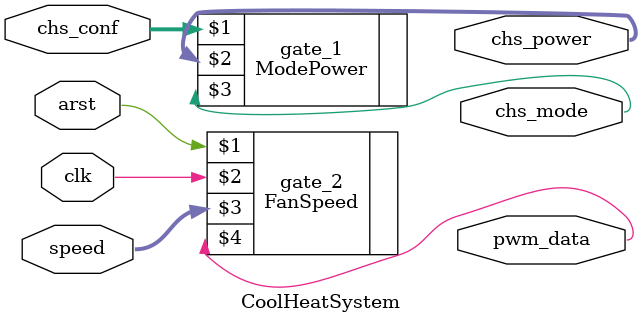
<source format=v>
/*--  *******************************************************
--  Computer Architecture Course, Laboratory Sources 
--  Amirkabir University of Technology (Tehran Polytechnic)
--  Department of Computer Engineering (CE-AUT)
--  https://ce[dot]aut[dot]ac[dot]ir
--  *******************************************************
--  All Rights reserved (C) 2019-2020
--  *******************************************************
--  Student ID  : 
--  Student Name: 
--  Student Mail: 
--  *******************************************************
--  Additional Comments:
--
--*/

/*-----------------------------------------------------------
---  Module Name: Cool Heat System
---  Description: Module3:
-----------------------------------------------------------*/
`timescale 1 ns/1 ns

module CoolHeatSystem (
	input        arst      , // reset [asynch]  
	input        clk       , // clock [posedge] 
	
	input  [7:0] speed     , // speed [duty-cycle]  
	
	input  [7:0] chs_conf  , // degree [temprature] 
	
	output [3:0] chs_power , // power  [cooler/heater] 
	output       chs_mode  , // model  [heat=1/cool=0]

	output       pwm_data    // data  [output]
);
	ModePower gate_1(chs_conf, chs_power, chs_mode);
	FanSpeed gate_2(arst, clk, speed, pwm_data);

endmodule

</source>
